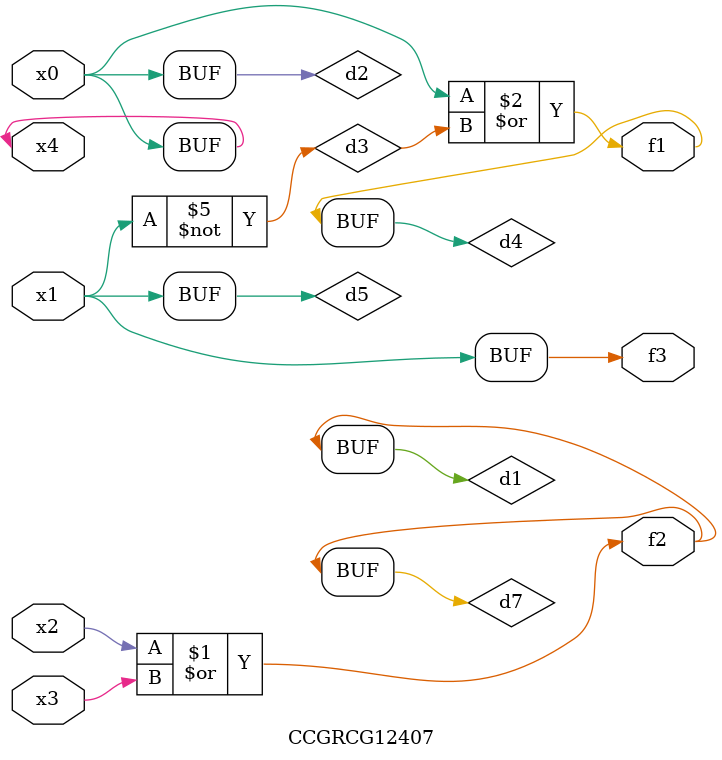
<source format=v>
module CCGRCG12407(
	input x0, x1, x2, x3, x4,
	output f1, f2, f3
);

	wire d1, d2, d3, d4, d5, d6, d7;

	or (d1, x2, x3);
	buf (d2, x0, x4);
	not (d3, x1);
	or (d4, d2, d3);
	not (d5, d3);
	nand (d6, d1, d3);
	or (d7, d1);
	assign f1 = d4;
	assign f2 = d7;
	assign f3 = d5;
endmodule

</source>
